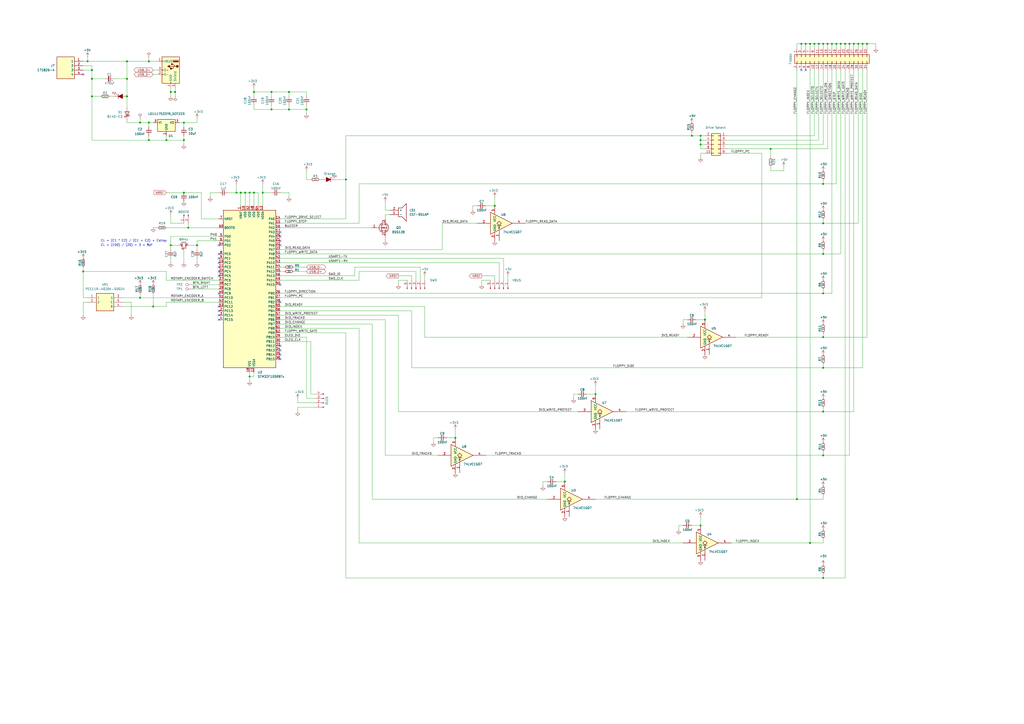
<source format=kicad_sch>
(kicad_sch (version 20250114) (generator "eeschema") (generator_version "9.0")
  (paper "A2")
  (title_block (title "Amiga USB Floppy") (date "2024-09-07") (rev "A"))
  (text "CL = (100) / (20) + 3 = 8pf" (at 58.42 142.24 0) (effects (font (size 1.27 1.27)) (justify left)))
  (text "CL = (C1 * C2) / (C1 + C2) + Cstray" (at 58.42 139.7 0) (effects (font (size 1.27 1.27)) (justify left)))
  (junction (at 73.66 55.88))
  (junction (at 327.66 279.4))
  (junction (at 99.06 53.34))
  (junction (at 477.52 106.68))
  (junction (at 469.9 25.4))
  (junction (at 81.28 71.12))
  (junction (at 474.98 25.4))
  (junction (at 406.4 78.74))
  (junction (at 139.7 111.76))
  (junction (at 86.36 35.56))
  (junction (at 477.52 129.54))
  (junction (at 106.68 81.28))
  (junction (at 472.44 25.4))
  (junction (at 101.6 53.34))
  (junction (at 406.4 83.82))
  (junction (at 50.8 35.56))
  (junction (at 152.4 111.76))
  (junction (at 53.34 40.64))
  (junction (at 477.52 238.76))
  (junction (at 477.52 195.58))
  (junction (at 147.32 53.34))
  (junction (at 406.4 304.8))
  (junction (at 490.22 25.4))
  (junction (at 482.6 25.4))
  (junction (at 447.04 86.36))
  (junction (at 86.36 81.28))
  (junction (at 477.52 335.28))
  (junction (at 485.14 25.4))
  (junction (at 462.28 289.56))
  (junction (at 469.9 314.96))
  (junction (at 106.68 111.76))
  (junction (at 477.52 25.4))
  (junction (at 144.78 111.76))
  (junction (at 99.06 142.24))
  (junction (at 401.32 78.74))
  (junction (at 477.52 264.16))
  (junction (at 406.4 81.28))
  (junction (at 109.22 132.08))
  (junction (at 147.32 111.76))
  (junction (at 137.16 111.76))
  (junction (at 86.36 71.12))
  (junction (at 487.68 25.4))
  (junction (at 502.92 25.4))
  (junction (at 500.38 25.4))
  (junction (at 467.36 25.4))
  (junction (at 142.24 111.76))
  (junction (at 495.3 25.4))
  (junction (at 464.82 25.4))
  (junction (at 167.64 63.5))
  (junction (at 264.16 254))
  (junction (at 144.78 218.44))
  (junction (at 287.02 119.38))
  (junction (at 408.94 185.42))
  (junction (at 477.52 147.32))
  (junction (at 73.66 35.56))
  (junction (at 106.68 71.12))
  (junction (at 157.48 63.5))
  (junction (at 114.3 142.24))
  (junction (at 96.52 81.28))
  (junction (at 497.84 25.4))
  (junction (at 53.34 55.88))
  (junction (at 480.06 25.4))
  (junction (at 177.8 63.5))
  (junction (at 53.34 45.72))
  (junction (at 477.52 213.36))
  (junction (at 492.76 25.4))
  (junction (at 157.48 53.34))
  (junction (at 73.66 45.72))
  (junction (at 200.66 104.14))
  (junction (at 167.64 53.34))
  (junction (at 477.52 170.18))
  (junction (at 345.44 228.6))
  (junction (at 88.9 177.8))
  (junction (at 81.28 172.72))
  (junction (at 48.26 157.48))
  (no_connect (at 48.26 43.18))
  (no_connect (at 162.56 134.62))
  (no_connect (at 127 182.88))
  (no_connect (at 162.56 208.28))
  (no_connect (at 127 149.86))
  (no_connect (at 127 157.48))
  (no_connect (at 162.56 165.1))
  (no_connect (at 127 185.42))
  (no_connect (at 162.56 137.16))
  (no_connect (at 127 154.94))
  (no_connect (at 127 180.34))
  (no_connect (at 162.56 139.7))
  (no_connect (at 127 177.8))
  (no_connect (at 162.56 205.74))
  (no_connect (at 127 152.4))
  (no_connect (at 464.82 40.64))
  (no_connect (at 127 142.24))
  (no_connect (at 467.36 40.64))
  (no_connect (at 162.56 200.66))
  (no_connect (at 127 147.32))
  (no_connect (at 127 170.18))
  (no_connect (at 162.56 203.2))
  (no_connect (at 162.56 142.24))
  (no_connect (at 162.56 175.26))
  (no_connect (at 127 160.02))
  (wire (pts (xy 114.3 142.24) (xy 114.3 144.78)))
  (wire (pts (xy 99.06 137.16) (xy 127 137.16)))
  (wire (pts (xy 215.9 289.56) (xy 317.5 289.56)))
  (wire (pts (xy 231.14 238.76) (xy 335.28 238.76)))
  (wire (pts (xy 421.64 81.28) (xy 474.98 81.28)))
  (wire (pts (xy 48.26 154.94) (xy 48.26 157.48)))
  (wire (pts (xy 73.66 45.72) (xy 73.66 55.88)))
  (wire (pts (xy 50.8 35.56) (xy 48.26 35.56)))
  (wire (pts (xy 467.36 25.4) (xy 469.9 25.4)))
  (wire (pts (xy 147.32 218.44) (xy 147.32 215.9)))
  (wire (pts (xy 477.52 332.74) (xy 477.52 335.28)))
  (wire (pts (xy 215.9 289.56) (xy 215.9 187.96)))
  (wire (pts (xy 279.4 162.56) (xy 284.48 162.56)))
  (wire (pts (xy 231.14 162.56) (xy 236.22 162.56)))
  (wire (pts (xy 502.92 40.64) (xy 502.92 195.58)))
  (wire (pts (xy 162.56 182.88) (xy 231.14 182.88)))
  (wire (pts (xy 162.56 180.34) (xy 238.76 180.34)))
  (wire (pts (xy 172.72 231.14) (xy 172.72 233.68)))
  (wire (pts (xy 48.26 172.72) (xy 48.26 157.48)))
  (wire (pts (xy 474.98 40.64) (xy 474.98 81.28)))
  (wire (pts (xy 477.52 236.22) (xy 477.52 238.76)))
  (wire (pts (xy 314.96 281.94) (xy 314.96 279.4)))
  (wire (pts (xy 477.52 314.96) (xy 469.9 314.96)))
  (wire (pts (xy 147.32 111.76) (xy 147.32 119.38)))
  (wire (pts (xy 477.52 195.58) (xy 502.92 195.58)))
  (wire (pts (xy 96.52 81.28) (xy 86.36 81.28)))
  (wire (pts (xy 99.06 53.34) (xy 101.6 53.34)))
  (wire (pts (xy 142.24 111.76) (xy 142.24 119.38)))
  (wire (pts (xy 477.52 264.16) (xy 492.76 264.16)))
  (wire (pts (xy 165.1 154.94) (xy 162.56 154.94)))
  (wire (pts (xy 226.06 121.92) (xy 223.52 121.92)))
  (wire (pts (xy 464.82 25.4) (xy 464.82 27.94)))
  (wire (pts (xy 99.06 53.34) (xy 99.06 55.88)))
  (wire (pts (xy 111.76 165.1) (xy 127 165.1)))
  (wire (pts (xy 477.52 147.32) (xy 487.68 147.32)))
  (wire (pts (xy 421.64 88.9) (xy 441.96 88.9)))
  (wire (pts (xy 492.76 25.4) (xy 492.76 27.94)))
  (wire (pts (xy 474.98 25.4) (xy 474.98 27.94)))
  (wire (pts (xy 477.52 289.56) (xy 462.28 289.56)))
  (wire (pts (xy 408.94 180.34) (xy 408.94 185.42)))
  (wire (pts (xy 208.28 314.96) (xy 208.28 190.5)))
  (wire (pts (xy 340.36 228.6) (xy 345.44 228.6)))
  (wire (pts (xy 401.32 76.2) (xy 401.32 78.74)))
  (wire (pts (xy 477.52 210.82) (xy 477.52 213.36)))
  (wire (pts (xy 144.78 111.76) (xy 147.32 111.76)))
  (wire (pts (xy 314.96 279.4) (xy 317.5 279.4)))
  (wire (pts (xy 162.56 160.02) (xy 205.74 160.02)))
  (wire (pts (xy 492.76 40.64) (xy 492.76 264.16)))
  (wire (pts (xy 106.68 129.54) (xy 99.06 129.54)))
  (wire (pts (xy 223.52 124.46) (xy 223.52 127)))
  (wire (pts (xy 48.26 175.26) (xy 50.8 175.26)))
  (wire (pts (xy 101.6 53.34) (xy 101.6 55.88)))
  (wire (pts (xy 477.52 144.78) (xy 477.52 147.32)))
  (wire (pts (xy 408.94 86.36) (xy 406.4 86.36)))
  (wire (pts (xy 477.52 238.76) (xy 495.3 238.76)))
  (wire (pts (xy 363.22 238.76) (xy 477.52 238.76)))
  (wire (pts (xy 81.28 172.72) (xy 81.28 170.18)))
  (wire (pts (xy 99.06 142.24) (xy 99.06 144.78)))
  (wire (pts (xy 162.56 162.56) (xy 208.28 162.56)))
  (wire (pts (xy 477.52 213.36) (xy 500.38 213.36)))
  (wire (pts (xy 162.56 172.72) (xy 441.96 172.72)))
  (wire (pts (xy 238.76 213.36) (xy 238.76 180.34)))
  (wire (pts (xy 162.56 152.4) (xy 289.56 152.4)))
  (wire (pts (xy 157.48 63.5) (xy 157.48 60.96)))
  (wire (pts (xy 147.32 111.76) (xy 149.86 111.76)))
  (wire (pts (xy 177.8 63.5) (xy 177.8 66.04)))
  (wire (pts (xy 177.8 60.96) (xy 177.8 63.5)))
  (wire (pts (xy 144.78 215.9) (xy 144.78 218.44)))
  (wire (pts (xy 144.78 218.44) (xy 147.32 218.44)))
  (wire (pts (xy 474.98 25.4) (xy 477.52 25.4)))
  (wire (pts (xy 287.02 160.02) (xy 287.02 162.56)))
  (wire (pts (xy 497.84 25.4) (xy 497.84 27.94)))
  (wire (pts (xy 495.3 25.4) (xy 495.3 27.94)))
  (wire (pts (xy 99.06 149.86) (xy 99.06 152.4)))
  (wire (pts (xy 292.1 149.86) (xy 292.1 162.56)))
  (wire (pts (xy 180.34 228.6) (xy 182.88 228.6)))
  (wire (pts (xy 147.32 53.34) (xy 157.48 53.34)))
  (wire (pts (xy 200.66 78.74) (xy 401.32 78.74)))
  (wire (pts (xy 497.84 40.64) (xy 497.84 129.54)))
  (wire (pts (xy 162.56 129.54) (xy 208.28 129.54)))
  (wire (pts (xy 86.36 78.74) (xy 86.36 81.28)))
  (wire (pts (xy 152.4 106.68) (xy 152.4 111.76)))
  (wire (pts (xy 121.92 111.76) (xy 127 111.76)))
  (wire (pts (xy 106.68 81.28) (xy 106.68 83.82)))
  (wire (pts (xy 447.04 86.36) (xy 480.06 86.36)))
  (wire (pts (xy 208.28 106.68) (xy 477.52 106.68)))
  (wire (pts (xy 208.28 314.96) (xy 396.24 314.96)))
  (wire (pts (xy 182.88 233.68) (xy 172.72 233.68)))
  (wire (pts (xy 469.9 25.4) (xy 469.9 27.94)))
  (wire (pts (xy 251.46 254) (xy 254 254)))
  (wire (pts (xy 223.52 264.16) (xy 254 264.16)))
  (wire (pts (xy 116.84 127) (xy 127 127)))
  (wire (pts (xy 281.94 264.16) (xy 477.52 264.16)))
  (wire (pts (xy 447.04 91.44) (xy 447.04 86.36)))
  (wire (pts (xy 48.26 38.1) (xy 53.34 38.1)))
  (wire (pts (xy 104.14 71.12) (xy 106.68 71.12)))
  (wire (pts (xy 139.7 111.76) (xy 142.24 111.76)))
  (wire (pts (xy 73.66 69.85) (xy 73.66 71.12)))
  (wire (pts (xy 477.52 287.02) (xy 477.52 289.56)))
  (wire (pts (xy 200.66 78.74) (xy 200.66 104.14)))
  (wire (pts (xy 172.72 236.22) (xy 182.88 236.22)))
  (wire (pts (xy 139.7 111.76) (xy 139.7 119.38)))
  (wire (pts (xy 147.32 63.5) (xy 157.48 63.5)))
  (wire (pts (xy 462.28 40.64) (xy 462.28 289.56)))
  (wire (pts (xy 500.38 40.64) (xy 500.38 213.36)))
  (wire (pts (xy 101.6 50.8) (xy 101.6 53.34)))
  (wire (pts (xy 88.9 43.18) (xy 91.44 43.18)))
  (wire (pts (xy 396.24 187.96) (xy 396.24 185.42)))
  (wire (pts (xy 406.4 83.82) (xy 406.4 81.28)))
  (wire (pts (xy 71.12 175.26) (xy 76.2 175.26)))
  (wire (pts (xy 401.32 304.8) (xy 406.4 304.8)))
  (wire (pts (xy 345.44 289.56) (xy 462.28 289.56)))
  (wire (pts (xy 477.52 129.54) (xy 497.84 129.54)))
  (wire (pts (xy 495.3 40.64) (xy 495.3 238.76)))
  (wire (pts (xy 406.4 78.74) (xy 406.4 81.28)))
  (wire (pts (xy 96.52 177.8) (xy 96.52 175.26)))
  (wire (pts (xy 109.22 142.24) (xy 114.3 142.24)))
  (wire (pts (xy 464.82 25.4) (xy 467.36 25.4)))
  (wire (pts (xy 208.28 129.54) (xy 208.28 106.68)))
  (wire (pts (xy 454.66 99.06) (xy 454.66 96.52)))
  (wire (pts (xy 147.32 63.5) (xy 147.32 60.96)))
  (wire (pts (xy 53.34 55.88) (xy 53.34 81.28)))
  (wire (pts (xy 167.64 53.34) (xy 177.8 53.34)))
  (wire (pts (xy 71.12 177.8) (xy 88.9 177.8)))
  (wire (pts (xy 114.3 149.86) (xy 114.3 152.4)))
  (wire (pts (xy 477.52 335.28) (xy 490.22 335.28)))
  (wire (pts (xy 194.31 104.14) (xy 200.66 104.14)))
  (wire (pts (xy 114.3 139.7) (xy 127 139.7)))
  (wire (pts (xy 162.56 198.12) (xy 180.34 198.12)))
  (wire (pts (xy 279.4 162.56) (xy 279.4 165.1)))
  (wire (pts (xy 162.56 177.8) (xy 246.38 177.8)))
  (wire (pts (xy 58.42 55.88) (xy 53.34 55.88)))
  (wire (pts (xy 157.48 55.88) (xy 157.48 53.34)))
  (wire (pts (xy 401.32 78.74) (xy 406.4 78.74)))
  (wire (pts (xy 99.06 137.16) (xy 99.06 142.24)))
  (wire (pts (xy 469.9 40.64) (xy 469.9 314.96)))
  (wire (pts (xy 393.7 304.8) (xy 396.24 304.8)))
  (wire (pts (xy 408.94 83.82) (xy 406.4 83.82)))
  (wire (pts (xy 48.26 175.26) (xy 48.26 182.88)))
  (wire (pts (xy 264.16 248.92) (xy 264.16 254)))
  (wire (pts (xy 241.3 162.56) (xy 241.3 157.48)))
  (wire (pts (xy 157.48 63.5) (xy 167.64 63.5)))
  (wire (pts (xy 274.32 119.38) (xy 276.86 119.38)))
  (wire (pts (xy 403.86 185.42) (xy 408.94 185.42)))
  (wire (pts (xy 406.4 299.72) (xy 406.4 304.8)))
  (wire (pts (xy 162.56 170.18) (xy 477.52 170.18)))
  (wire (pts (xy 256.54 129.54) (xy 276.86 129.54)))
  (wire (pts (xy 426.72 195.58) (xy 477.52 195.58)))
  (wire (pts (xy 345.44 223.52) (xy 345.44 228.6)))
  (wire (pts (xy 162.56 157.48) (xy 165.1 157.48)))
  (wire (pts (xy 480.06 25.4) (xy 482.6 25.4)))
  (wire (pts (xy 81.28 71.12) (xy 73.66 71.12)))
  (wire (pts (xy 66.04 55.88) (xy 63.5 55.88)))
  (wire (pts (xy 177.8 195.58) (xy 162.56 195.58)))
  (wire (pts (xy 502.92 25.4) (xy 508 25.4)))
  (wire (pts (xy 477.52 167.64) (xy 477.52 170.18)))
  (wire (pts (xy 177.8 231.14) (xy 182.88 231.14)))
  (wire (pts (xy 287.02 114.3) (xy 287.02 119.38)))
  (wire (pts (xy 485.14 25.4) (xy 487.68 25.4)))
  (wire (pts (xy 231.14 162.56) (xy 231.14 165.1)))
  (wire (pts (xy 157.48 53.34) (xy 167.64 53.34)))
  (wire (pts (xy 274.32 121.92) (xy 274.32 119.38)))
  (wire (pts (xy 96.52 132.08) (xy 109.22 132.08)))
  (wire (pts (xy 53.34 40.64) (xy 53.34 45.72)))
  (wire (pts (xy 508 25.4) (xy 508 27.94)))
  (wire (pts (xy 116.84 111.76) (xy 116.84 127)))
  (wire (pts (xy 177.8 55.88) (xy 177.8 53.34)))
  (wire (pts (xy 500.38 25.4) (xy 500.38 27.94)))
  (wire (pts (xy 485.14 25.4) (xy 485.14 27.94)))
  (wire (pts (xy 142.24 111.76) (xy 144.78 111.76)))
  (wire (pts (xy 106.68 144.78) (xy 106.68 152.4)))
  (wire (pts (xy 421.64 83.82) (xy 477.52 83.82)))
  (wire (pts (xy 294.64 160.02) (xy 294.64 162.56)))
  (wire (pts (xy 226.06 124.46) (xy 223.52 124.46)))
  (wire (pts (xy 86.36 71.12) (xy 81.28 71.12)))
  (wire (pts (xy 289.56 152.4) (xy 289.56 162.56)))
  (wire (pts (xy 96.52 175.26) (xy 127 175.26)))
  (wire (pts (xy 162.56 144.78) (xy 256.54 144.78)))
  (wire (pts (xy 96.52 81.28) (xy 96.52 78.74)))
  (wire (pts (xy 162.56 187.96) (xy 215.9 187.96)))
  (wire (pts (xy 114.3 139.7) (xy 114.3 142.24)))
  (wire (pts (xy 487.68 40.64) (xy 487.68 147.32)))
  (wire (pts (xy 500.38 25.4) (xy 502.92 25.4)))
  (wire (pts (xy 162.56 147.32) (xy 477.52 147.32)))
  (wire (pts (xy 99.06 53.34) (xy 99.06 50.8)))
  (wire (pts (xy 167.64 55.88) (xy 167.64 53.34)))
  (wire (pts (xy 332.74 231.14) (xy 332.74 228.6)))
  (wire (pts (xy 162.56 185.42) (xy 223.52 185.42)))
  (wire (pts (xy 441.96 88.9) (xy 441.96 172.72)))
  (wire (pts (xy 205.74 154.94) (xy 205.74 160.02)))
  (wire (pts (xy 99.06 124.46) (xy 99.06 129.54)))
  (wire (pts (xy 223.52 185.42) (xy 223.52 264.16)))
  (wire (pts (xy 485.14 40.64) (xy 485.14 106.68)))
  (wire (pts (xy 96.52 81.28) (xy 106.68 81.28)))
  (wire (pts (xy 421.64 86.36) (xy 447.04 86.36)))
  (wire (pts (xy 477.52 127) (xy 477.52 129.54)))
  (wire (pts (xy 177.8 195.58) (xy 177.8 231.14)))
  (wire (pts (xy 152.4 111.76) (xy 152.4 119.38)))
  (wire (pts (xy 477.52 261.62) (xy 477.52 264.16)))
  (wire (pts (xy 53.34 40.64) (xy 48.26 40.64)))
  (wire (pts (xy 406.4 86.36) (xy 406.4 83.82)))
  (wire (pts (xy 421.64 78.74) (xy 472.44 78.74)))
  (wire (pts (xy 109.22 129.54) (xy 109.22 132.08)))
  (wire (pts (xy 408.94 88.9) (xy 406.4 88.9)))
  (wire (pts (xy 477.52 312.42) (xy 477.52 314.96)))
  (wire (pts (xy 88.9 132.08) (xy 91.44 132.08)))
  (wire (pts (xy 462.28 25.4) (xy 462.28 27.94)))
  (wire (pts (xy 53.34 40.64) (xy 53.34 38.1)))
  (wire (pts (xy 246.38 177.8) (xy 246.38 195.58)))
  (wire (pts (xy 259.08 254) (xy 264.16 254)))
  (wire (pts (xy 477.52 170.18) (xy 482.6 170.18)))
  (wire (pts (xy 238.76 160.02) (xy 238.76 162.56)))
  (wire (pts (xy 73.66 55.88) (xy 73.66 62.23)))
  (wire (pts (xy 408.94 78.74) (xy 406.4 78.74)))
  (wire (pts (xy 106.68 71.12) (xy 106.68 73.66)))
  (wire (pts (xy 200.66 193.04) (xy 200.66 335.28)))
  (wire (pts (xy 469.9 25.4) (xy 472.44 25.4)))
  (wire (pts (xy 200.66 104.14) (xy 200.66 127)))
  (wire (pts (xy 497.84 25.4) (xy 500.38 25.4)))
  (wire (pts (xy 424.18 314.96) (xy 469.9 314.96)))
  (wire (pts (xy 231.14 160.02) (xy 238.76 160.02)))
  (wire (pts (xy 238.76 213.36) (xy 477.52 213.36)))
  (wire (pts (xy 495.3 25.4) (xy 497.84 25.4)))
  (wire (pts (xy 246.38 195.58) (xy 398.78 195.58)))
  (wire (pts (xy 86.36 71.12) (xy 86.36 73.66)))
  (wire (pts (xy 408.94 81.28) (xy 406.4 81.28)))
  (wire (pts (xy 106.68 111.76) (xy 116.84 111.76)))
  (wire (pts (xy 162.56 193.04) (xy 200.66 193.04)))
  (wire (pts (xy 73.66 35.56) (xy 86.36 35.56)))
  (wire (pts (xy 243.84 154.94) (xy 243.84 162.56)))
  (wire (pts (xy 393.7 307.34) (xy 393.7 304.8)))
  (wire (pts (xy 144.78 218.44) (xy 144.78 220.98)))
  (wire (pts (xy 144.78 111.76) (xy 144.78 119.38)))
  (wire (pts (xy 149.86 119.38) (xy 149.86 111.76)))
  (wire (pts (xy 477.52 193.04) (xy 477.52 195.58)))
  (wire (pts (xy 162.56 132.08) (xy 215.9 132.08)))
  (wire (pts (xy 88.9 177.8) (xy 96.52 177.8)))
  (wire (pts (xy 88.9 71.12) (xy 86.36 71.12)))
  (wire (pts (xy 50.8 172.72) (xy 48.26 172.72)))
  (wire (pts (xy 480.06 25.4) (xy 480.06 27.94)))
  (wire (pts (xy 86.36 35.56) (xy 91.44 35.56)))
  (wire (pts (xy 487.68 25.4) (xy 487.68 27.94)))
  (wire (pts (xy 50.8 35.56) (xy 73.66 35.56)))
  (wire (pts (xy 177.8 104.14) (xy 180.34 104.14)))
  (wire (pts (xy 447.04 99.06) (xy 447.04 96.52)))
  (wire (pts (xy 454.66 99.06) (xy 447.04 99.06)))
  (wire (pts (xy 162.56 127) (xy 200.66 127)))
  (wire (pts (xy 114.3 68.58) (xy 114.3 71.12)))
  (wire (pts (xy 186.69 104.14) (xy 185.42 104.14)))
  (wire (pts (xy 96.52 162.56) (xy 127 162.56)))
  (wire (pts (xy 137.16 111.76) (xy 139.7 111.76)))
  (wire (pts (xy 172.72 236.22) (xy 172.72 238.76)))
  (wire (pts (xy 121.92 111.76) (xy 121.92 114.3)))
  (wire (pts (xy 200.66 335.28) (xy 477.52 335.28)))
  (wire (pts (xy 53.34 45.72) (xy 53.34 55.88)))
  (wire (pts (xy 223.52 137.16) (xy 223.52 139.7)))
  (wire (pts (xy 472.44 25.4) (xy 472.44 27.94)))
  (wire (pts (xy 477.52 25.4) (xy 477.52 27.94)))
  (wire (pts (xy 50.8 33.02) (xy 50.8 35.56)))
  (wire (pts (xy 231.14 182.88) (xy 231.14 238.76)))
  (wire (pts (xy 81.28 68.58) (xy 81.28 71.12)))
  (wire (pts (xy 406.4 88.9) (xy 406.4 91.44)))
  (wire (pts (xy 180.34 228.6) (xy 180.34 198.12)))
  (wire (pts (xy 477.52 40.64) (xy 477.52 83.82)))
  (wire (pts (xy 152.4 111.76) (xy 157.48 111.76)))
  (wire (pts (xy 177.8 99.06) (xy 177.8 104.14)))
  (wire (pts (xy 73.66 45.72) (xy 66.04 45.72)))
  (wire (pts (xy 71.12 172.72) (xy 81.28 172.72)))
  (wire (pts (xy 132.08 111.76) (xy 137.16 111.76)))
  (wire (pts (xy 477.52 106.68) (xy 485.14 106.68)))
  (wire (pts (xy 88.9 170.18) (xy 88.9 177.8)))
  (wire (pts (xy 162.56 149.86) (xy 292.1 149.86)))
  (wire (pts (xy 111.76 167.64) (xy 127 167.64)))
  (wire (pts (xy 167.64 111.76) (xy 167.64 114.3)))
  (wire (pts (xy 81.28 172.72) (xy 127 172.72)))
  (wire (pts (xy 396.24 185.42) (xy 398.78 185.42)))
  (wire (pts (xy 477.52 25.4) (xy 480.06 25.4)))
  (wire (pts (xy 477.52 104.14) (xy 477.52 106.68)))
  (wire (pts (xy 490.22 335.28) (xy 490.22 40.64)))
  (wire (pts (xy 76.2 175.26) (xy 76.2 182.88)))
  (wire (pts (xy 170.18 157.48) (xy 177.8 157.48)))
  (wire (pts (xy 167.64 60.96) (xy 167.64 63.5)))
  (wire (pts (xy 246.38 160.02) (xy 246.38 162.56)))
  (wire (pts (xy 467.36 25.4) (xy 467.36 27.94)))
  (wire (pts (xy 482.6 25.4) (xy 485.14 25.4)))
  (wire (pts (xy 96.52 157.48) (xy 96.52 162.56)))
  (wire (pts (xy 472.44 25.4) (xy 474.98 25.4)))
  (wire (pts (xy 322.58 279.4) (xy 327.66 279.4)))
  (wire (pts (xy 106.68 78.74) (xy 106.68 81.28)))
  (wire (pts (xy 88.9 40.64) (xy 91.44 40.64)))
  (wire (pts (xy 205.74 154.94) (xy 243.84 154.94)))
  (wire (pts (xy 53.34 45.72) (xy 60.96 45.72)))
  (wire (pts (xy 256.54 144.78) (xy 256.54 129.54)))
  (wire (pts (xy 162.56 111.76) (xy 167.64 111.76)))
  (wire (pts (xy 48.26 157.48) (xy 96.52 157.48)))
  (wire (pts (xy 208.28 157.48) (xy 208.28 162.56)))
  (wire (pts (xy 147.32 55.88) (xy 147.32 53.34)))
  (wire (pts (xy 281.94 119.38) (xy 287.02 119.38)))
  (wire (pts (xy 490.22 25.4) (xy 492.76 25.4)))
  (wire (pts (xy 482.6 25.4) (xy 482.6 27.94)))
  (wire (pts (xy 480.06 40.64) (xy 480.06 86.36)))
  (wire (pts (xy 332.74 228.6) (xy 335.28 228.6)))
  (wire (pts (xy 327.66 274.32) (xy 327.66 279.4)))
  (wire (pts (xy 104.14 142.24) (xy 99.06 142.24)))
  (wire (pts (xy 487.68 25.4) (xy 490.22 25.4)))
  (wire (pts (xy 223.52 116.84) (xy 223.52 121.92)))
  (wire (pts (xy 167.64 63.5) (xy 177.8 63.5)))
  (wire (pts (xy 304.8 129.54) (xy 477.52 129.54)))
  (wire (pts (xy 251.46 256.54) (xy 251.46 254)))
  (wire (pts (xy 86.36 33.02) (xy 86.36 35.56)))
  (wire (pts (xy 472.44 40.64) (xy 472.44 78.74)))
  (wire (pts (xy 109.22 132.08) (xy 127 132.08)))
  (wire (pts (xy 137.16 106.68) (xy 137.16 111.76)))
  (wire (pts (xy 502.92 25.4) (xy 502.92 27.94)))
  (wire (pts (xy 490.22 25.4) (xy 490.22 27.94)))
  (wire (pts (xy 147.32 50.8) (xy 147.32 53.34)))
  (wire (pts (xy 106.68 71.12) (xy 114.3 71.12)))
  (wire (pts (xy 482.6 40.64) (xy 482.6 170.18)))
  (wire (pts (xy 241.3 157.48) (xy 208.28 157.48)))
  (wire (pts (xy 53.34 81.28) (xy 86.36 81.28)))
  (wire (pts (xy 492.76 25.4) (xy 495.3 25.4)))
  (wire (pts (xy 279.4 160.02) (xy 287.02 160.02)))
  (wire (pts (xy 96.52 111.76) (xy 106.68 111.76)))
  (wire (pts (xy 462.28 25.4) (xy 464.82 25.4)))
  (wire (pts (xy 73.66 35.56) (xy 73.66 45.72)))
  (wire (pts (xy 162.56 190.5) (xy 208.28 190.5)))
  (wire (pts (xy 170.18 154.94) (xy 177.8 154.94)))
  (label "OLED_CLK" (at 165.1 198.12 0))
  (label "FLOPPY_CHANGE" (at 350.52 289.56 0))
  (label "FLOPPY_TRACK0" (at 287.02 264.16 0))
  (label "FLOPPY_SELECT0" (at 472.44 66.04 90))
  (label "3V3_READY" (at 383.54 195.58 0))
  (label "FLOPPY_INDEX" (at 426.72 314.96 0))
  (label "BUZZER" (at 165.1 132.08 0))
  (label "FLOPPY_WRITE_GATE" (at 165.1 193.04 0))
  (label "3V3_TRACK0" (at 238.76 264.16 0))
  (label "FLOPPY_SIDE" (at 355.6 213.36 0))
  (label "FLOPPY_SELECT1" (at 474.98 66.04 90))
  (label "FLOPPY_WRITE_PROTECT" (at 495.3 66.04 90))
  (label "FLOPPY_SIDE" (at 500.38 66.04 90))
  (label "BTN_LEFT" (at 111.76 167.64 0))
  (label "FLOPPY_STEP" (at 165.1 129.54 0))
  (label "SWD_IO" (at 190.5 160.02 0))
  (label "3V3_READ_DATA" (at 256.54 129.54 0))
  (label "FLOPPY_READ_DATA" (at 497.84 66.04 90))
  (label "FLOPPY_WRITE_PROTECT" (at 368.3 238.76 0))
  (label "FLOPPY_PC" (at 165.1 172.72 0))
  (label "ROTARY_ENCODER_B" (at 99.06 175.26 0))
  (label "FLOPPY_WRITE_DATA" (at 487.68 66.04 90))
  (label "FLOPPY_READ_DATA" (at 304.8 129.54 0))
  (label "FLOPPY_WRITE_GATE" (at 490.22 66.04 90))
  (label "BTN_RIGHT" (at 111.76 165.1 0))
  (label "3V3_CHANGE" (at 299.72 289.56 0))
  (label "PH1" (at 121.92 139.7 0))
  (label "ROTARY_ENCODER_SWITCH" (at 99.06 162.56 0))
  (label "3V3_READY" (at 165.1 177.8 0))
  (label "FLOPPY_CHANGE" (at 462.28 66.04 90))
  (label "USART1-TX" (at 190.5 149.86 0))
  (label "3V3_WRITE_PROTECT" (at 165.1 182.88 0))
  (label "FLOPPY_WRITE_DATA" (at 165.1 147.32 0))
  (label "USART1-RX" (at 190.5 152.4 0))
  (label "3V3_CHANGE" (at 165.1 187.96 0))
  (label "FLOPPY_DIRECTION" (at 482.6 66.04 90))
  (label "FLOPPY_READY" (at 502.92 66.04 90))
  (label "SWD_CLK" (at 190.5 162.56 0))
  (label "PH0" (at 121.92 137.16 0))
  (label "3V3_INDEX" (at 378.46 314.96 0))
  (label "FLOPPY_PC" (at 424.18 88.9 0))
  (label "3V3_TRACK0" (at 165.1 185.42 0))
  (label "3V3_WRITE_PROTECT" (at 312.42 238.76 0))
  (label "FLOPPY_DRIVE_SELECT" (at 165.1 127 0))
  (label "FLOPPY_INDEX" (at 469.9 66.04 90))
  (label "3V3_INDEX" (at 165.1 190.5 0))
  (label "FLOPPY_STEP" (at 485.14 66.04 90))
  (label "OLED_DIO" (at 165.1 195.58 0))
  (label "FLOPPY_DIRECTION" (at 165.1 170.18 0))
  (label "FLOPPY_SELECT2" (at 477.52 66.04 90))
  (label "FLOPPY_READY" (at 431.8 195.58 0))
  (label "3V3_READ_DATA" (at 165.1 144.78 0))
  (label "FLOPPY_TRACK0" (at 492.76 66.04 90))
  (label "FLOPPY_MOTOR_ON" (at 480.06 66.04 90))
  (label "ROTARY_ENCODER_A" (at 99.06 172.72 0))
  (global_label "NRST" (shape output) (at 231.14 160.02 180) (property "Intersheetrefs" "${INTERSHEET_REFS}" (effects (hide yes))))
  (global_label "USB_D+" (shape bidirectional) (at 88.9 40.64 180) (property "Intersheetrefs" "${INTERSHEET_REFS}" (effects (hide yes))))
  (global_label "USB_D-" (shape bidirectional) (at 177.8 154.94 0) (property "Intersheetrefs" "${INTERSHEET_REFS}" (effects (hide yes))))
  (global_label "NRST" (shape output) (at 279.4 160.02 180) (property "Intersheetrefs" "${INTERSHEET_REFS}" (effects (hide yes))))
  (global_label "USB_D+" (shape bidirectional) (at 177.8 157.48 0) (property "Intersheetrefs" "${INTERSHEET_REFS}" (effects (hide yes))))
  (global_label "NRST" (shape input) (at 96.52 111.76 180) (property "Intersheetrefs" "${INTERSHEET_REFS}" (effects (hide yes))))
  (global_label "USB_D-" (shape bidirectional) (at 88.9 43.18 180) (property "Intersheetrefs" "${INTERSHEET_REFS}" (effects (hide yes))))
  (symbol (lib_id "power:+5V") (at 477.52 307.34 0) (mirror y) (unit 1)
    (property "Reference" "#PWR019" (effects (hide yes)))
    (property "Value" "+5V" (at 477.6972 303.4338 0))
    (property "Description" "Power symbol creates a global label with name \"+5V\"" (effects (hide yes)))
  )
  (symbol (lib_id "power:+3V3") (at 137.16 106.68 0) (unit 1)
    (property "Reference" "#PWR09" (effects (hide yes)))
    (property "Value" "+3V3" (at 136.3555 102.9198 0))
    (property "Description" "Power symbol creates a global label with name \"+3V3\"" (effects (hide yes)))
  )
  (symbol (lib_id "Device:C_Small") (at 256.54 254 270) (unit 1)
    (property "Reference" "C9" (at 256.54 251.46 90))
    (property "Value" "100nf" (at 256.54 256.54 90))
    (property "Footprint" "Capacitor_SMD:C_0603_1608Metric" (effects (hide yes)))
    (property "Description" "Unpolarized capacitor, small symbol" (effects (hide yes)))
  )
  (symbol (lib_id "SamacSys_Parts:CST-951AP") (at 226.06 121.92 0) (unit 1)
    (property "Reference" "LS1" (at 237.49 121.9199 0) (effects (justify left)))
    (property "Value" "CST-951AP" (at 237.49 124.4599 0) (effects (justify left)))
    (property "Footprint" "SamacSys_Parts:CST951AP" (effects (hide yes)))
    (property "Datasheet" "https://www.sameskydevices.com/product/resource/CST-951AP.pdf" (effects (hide yes)))
    (property "Description" "CST-951AP - 9 mm, 5 Vo-p, 92 dB, Through Hole, Magnetic Audio Transducer Buzzer" (effects (hide yes)))
    (property "Height" "4.5" (effects (hide yes)))
    (property "Mouser Part Number" "490-CST-951AP" (effects (hide yes)))
    (property "Mouser Price/Stock" "https://www.mouser.co.uk/ProductDetail/CUI-Devices/CST-951AP?qs=WyjlAZoYn50BV9%2FINsWxoA%3D%3D" (effects (hide yes)))
    (property "Manufacturer_Name" "Same Sky" (effects (hide yes)))
    (property "Manufacturer_Part_Number" "CST-951AP" (effects (hide yes)))
  )
  (symbol (lib_id "power:GND") (at 114.3 152.4 0) (unit 1)
    (property "Reference" "#PWR08" (effects (hide yes)))
    (property "Value" "GND" (effects (hide yes)))
    (property "Description" "Power symbol creates a global label with name \"GND\" , ground" (effects (hide yes)))
  )
  (symbol (lib_id "power:GND") (at 393.7 307.34 0) (mirror y) (unit 1)
    (property "Reference" "#PWR022" (effects (hide yes)))
    (property "Value" "GND" (effects (hide yes)))
    (property "Description" "Power symbol creates a global label with name \"GND\" , ground" (effects (hide yes)))
  )
  (symbol (lib_id "Device:R_Small") (at 477.52 165.1 0) (mirror y) (unit 1)
    (property "Reference" "R6" (at 475.5966 165.138 90))
    (property "Value" "1k" (at 477.52 165.1 90) (effects (font (size 1 1))))
    (property "Footprint" "Resistor_SMD:R_0603_1608Metric" (effects (hide yes)))
    (property "Description" "Resistor, small symbol" (effects (hide yes)))
  )
  (symbol (lib_id "power:+3V3") (at 264.16 248.92 0) (unit 1)
    (property "Reference" "#PWR045" (effects (hide yes)))
    (property "Value" "+3V3" (at 263.3555 245.1598 0))
    (property "Description" "Power symbol creates a global label with name \"+3V3\"" (effects (hide yes)))
  )
  (symbol (lib_id "Device:C_Polarized_Small") (at 63.5 45.72 270) (mirror x) (unit 1)
    (property "Reference" "C1" (at 63.5 43.18 90))
    (property "Value" "470uf" (at 63.5 48.26 90))
    (property "Footprint" "Capacitor_THT:CP_Radial_D5.0mm_P2.50mm" (effects (hide yes)))
    (property "Description" "Polarized capacitor, small symbol" (effects (hide yes)))
  )
  (symbol (lib_id "Mechanical:MountingHole") (at 40.64 566.42 0) (unit 1)
    (property "Reference" "H4" (at 43.18 565.15 0) (effects (justify left)))
    (property "Value" "MountingHole" (at 43.18 567.69 0) (effects (justify left)))
    (property "Footprint" "MountingHole:MountingHole_2.5mm" (effects (hide yes)))
    (property "Description" "Mounting Hole without connection" (effects (hide yes)))
  )
  (symbol (lib_id "power:GND") (at 106.68 116.84 0) (unit 1)
    (property "Reference" "#PWR02" (effects (hide yes)))
    (property "Value" "GND" (effects (hide yes)))
    (property "Description" "Power symbol creates a global label with name \"GND\" , ground" (effects (hide yes)))
  )
  (symbol (lib_id "Device:C_Small") (at 320.04 279.4 270) (unit 1)
    (property "Reference" "C4" (at 320.04 276.86 90))
    (property "Value" "100nf" (at 320.04 281.94 90))
    (property "Footprint" "Capacitor_SMD:C_0603_1608Metric" (effects (hide yes)))
    (property "Description" "Unpolarized capacitor, small symbol" (effects (hide yes)))
  )
  (symbol (lib_id "Device:C_Small") (at 86.36 76.2 180) (unit 1)
    (property "Reference" "C2" (at 79.815 74.9454 0) (effects (justify right)))
    (property "Value" "100nf" (at 78.1077 77.7096 0) (effects (justify right)))
    (property "Footprint" "Capacitor_SMD:C_0603_1608Metric" (effects (hide yes)))
    (property "Description" "Unpolarized capacitor, small symbol" (effects (hide yes)))
  )
  (symbol (lib_id "power:GND") (at 251.46 256.54 0) (mirror y) (unit 1)
    (property "Reference" "#PWR047" (effects (hide yes)))
    (property "Value" "GND" (effects (hide yes)))
    (property "Description" "Power symbol creates a global label with name \"GND\" , ground" (effects (hide yes)))
  )
  (symbol (lib_id "power:PWR_FLAG") (at 81.28 68.58 0) (mirror y) (unit 1)
    (property "Reference" "#FLG05" (effects (hide yes)))
    (property "Value" "PWR_FLAG" (effects (hide yes)))
    (property "Description" "Special symbol for telling ERC where power comes from" (effects (hide yes)))
  )
  (symbol (lib_id "Device:R_Small") (at 477.52 284.48 0) (mirror y) (unit 1)
    (property "Reference" "R4" (at 475.5966 284.518 90))
    (property "Value" "1k" (at 477.52 284.48 90) (effects (font (size 1 1))))
    (property "Footprint" "Resistor_SMD:R_0603_1608Metric" (effects (hide yes)))
    (property "Description" "Resistor, small symbol" (effects (hide yes)))
  )
  (symbol (lib_id "Connector:Conn_01x02_Pin") (at 106.68 124.46 90) (mirror x) (unit 1)
    (property "Reference" "J5" (effects (hide yes)))
    (property "Value" "BOOT0" (at 106.5393 122.949 90))
    (property "Footprint" "Connector_PinHeader_2.54mm:PinHeader_1x02_P2.54mm_Vertical" (effects (hide yes)))
    (property "Description" "Generic connector, single row, 01x02, script generated" (effects (hide yes)))
  )
  (symbol (lib_id "Connector_Generic:Conn_02x17_Odd_Even") (at 482.6 33.02 90) (mirror x) (unit 1)
    (property "Reference" "J3" (effects (hide yes)))
    (property "Value" "Floppy" (at 458.4055 34.1648 0))
    (property "Footprint" "Connector_IDC:IDC-Header_2x17_P2.54mm_Vertical" (effects (hide yes)))
    (property "Description" "Generic connector, double row, 02x17, odd/even pin numbering scheme (row 1 odd numbers, row 2 even numbers), script generated (kicad-library-utils/schlib/autogen/connector/)" (effects (hide yes)))
  )
  (symbol (lib_id "74xGxx:74LVC1G07") (at 411.48 314.96 0) (unit 1)
    (property "Reference" "U4" (at 411.48 309.88 0))
    (property "Value" "74LVC1G07" (at 416.56 320.04 0))
    (property "Footprint" "Package_TO_SOT_SMD:SOT-353_SC-70-5" (effects (hide yes)))
    (property "Datasheet" "https://www.ti.com/lit/ds/symlink/sn74lvc1g07.pdf" (effects (hide yes)))
    (property "Description" "Single Buffer Gate, Open Drain, Low-Voltage CMOS" (effects (hide yes)))
  )
  (symbol (lib_id "Mechanical:MountingHole") (at 20.32 566.42 0) (unit 1)
    (property "Reference" "H3" (at 22.86 565.15 0) (effects (justify left)))
    (property "Value" "MountingHole" (at 22.86 567.69 0) (effects (justify left)))
    (property "Footprint" "MountingHole:MountingHole_2.5mm" (effects (hide yes)))
    (property "Description" "Mounting Hole without connection" (effects (hide yes)))
  )
  (symbol (lib_id "Transistor_FET:BSS138") (at 220.98 132.08 0) (unit 1)
    (property "Reference" "Q3" (at 231.14 132.08 0))
    (property "Value" "BSS138" (at 231.14 134.62 0))
    (property "Footprint" "Package_TO_SOT_SMD:SOT-23" (effects (hide yes)))
    (property "Datasheet" "https://www.onsemi.com/pub/Collateral/BSS138-D.PDF" (effects (hide yes)))
    (property "Description" "50V Vds, 0.22A Id, N-Channel MOSFET, SOT-23" (effects (hide yes)))
  )
  (symbol (lib_id "power:+5V") (at 477.52 139.7 0) (mirror y) (unit 1)
    (property "Reference" "#PWR027" (effects (hide yes)))
    (property "Value" "+5V" (at 477.6972 135.7938 0))
    (property "Description" "Power symbol creates a global label with name \"+5V\"" (effects (hide yes)))
  )
  (symbol (lib_id "power:+5V") (at 477.52 205.74 0) (mirror y) (unit 1)
    (property "Reference" "#PWR025" (effects (hide yes)))
    (property "Value" "+5V" (at 477.6972 201.8338 0))
    (property "Description" "Power symbol creates a global label with name \"+5V\"" (effects (hide yes)))
  )
  (symbol (lib_id "Device:R_Small") (at 48.26 152.4 0) (mirror y) (unit 1)
    (property "Reference" "R16" (at 46.3366 152.438 90))
    (property "Value" "10k" (at 48.26 152.4 90) (effects (font (size 1 1))))
    (property "Footprint" "Resistor_SMD:R_0603_1608Metric" (effects (hide yes)))
    (property "Description" "Resistor, small symbol" (effects (hide yes)))
  )
  (symbol (lib_id "power:+5V") (at 477.52 99.06 0) (mirror y) (unit 1)
    (property "Reference" "#PWR012" (effects (hide yes)))
    (property "Value" "+5V" (at 477.6972 95.1538 0))
    (property "Description" "Power symbol creates a global label with name \"+5V\"" (effects (hide yes)))
  )
  (symbol (lib_id "power:GND") (at 99.06 55.88 0) (mirror y) (unit 1)
    (property "Reference" "#PWR081" (effects (hide yes)))
    (property "Value" "GND" (effects (hide yes)))
    (property "Description" "Power symbol creates a global label with name \"GND\" , ground" (effects (hide yes)))
  )
  (symbol (lib_id "power:GND") (at 332.74 231.14 0) (mirror y) (unit 1)
    (property "Reference" "#PWR043" (effects (hide yes)))
    (property "Value" "GND" (effects (hide yes)))
    (property "Description" "Power symbol creates a global label with name \"GND\" , ground" (effects (hide yes)))
  )
  (symbol (lib_id "Device:R_Small") (at 477.52 142.24 0) (mirror y) (unit 1)
    (property "Reference" "R9" (at 475.5966 142.278 90))
    (property "Value" "1k" (at 477.52 142.24 90) (effects (font (size 1 1))))
    (property "Footprint" "Resistor_SMD:R_0603_1608Metric" (effects (hide yes)))
    (property "Description" "Resistor, small symbol" (effects (hide yes)))
  )
  (symbol (lib_id "Device:C_Small") (at 401.32 185.42 270) (unit 1)
    (property "Reference" "C6" (at 401.32 182.88 90))
    (property "Value" "100nf" (at 401.32 187.96 90))
    (property "Footprint" "Capacitor_SMD:C_0603_1608Metric" (effects (hide yes)))
    (property "Description" "Unpolarized capacitor, small symbol" (effects (hide yes)))
  )
  (symbol (lib_id "Device:R_Small") (at 182.88 104.14 90) (unit 1)
    (property "Reference" "R3" (at 182.918 102.2166 90))
    (property "Value" "1k" (at 182.88 104.14 90) (effects (font (size 1 1))))
    (property "Footprint" "Resistor_SMD:R_0603_1608Metric" (effects (hide yes)))
    (property "Description" "Resistor, small symbol" (effects (hide yes)))
  )
  (symbol (lib_id "power:GND") (at 76.2 182.88 0) (unit 1)
    (property "Reference" "#PWR056" (effects (hide yes)))
    (property "Value" "GND" (effects (hide yes)))
    (property "Description" "Power symbol creates a global label with name \"GND\" , ground" (effects (hide yes)))
  )
  (symbol (lib_id "Connector:USB_A") (at 99.06 40.64 0) (mirror y) (unit 1)
    (property "Reference" "J12" (effects (hide yes)))
    (property "Value" "USB_A" (effects (hide yes)))
    (property "Footprint" "Connector_USB:USB_A_Molex_67643_Horizontal" (effects (hide yes)))
    (property "Description" "USB Type A connector" (effects (hide yes)))
  )
  (symbol (lib_id "Device:C_Small") (at 167.64 58.42 180) (unit 1)
    (property "Reference" "C20" (at 162.56 58.4137 90))
    (property "Value" "100nf" (at 165.1 58.4137 90))
    (property "Footprint" "Capacitor_SMD:C_0603_1608Metric" (effects (hide yes)))
    (property "Description" "Unpolarized capacitor, small symbol" (effects (hide yes)))
  )
  (symbol (lib_id "power:GND") (at 231.14 165.1 0) (mirror y) (unit 1)
    (property "Reference" "#PWR020" (effects (hide yes)))
    (property "Value" "GND" (effects (hide yes)))
    (property "Description" "Power symbol creates a global label with name \"GND\" , ground" (effects (hide yes)))
  )
  (symbol (lib_id "power:+5V") (at 246.38 160.02 0) (mirror y) (unit 1)
    (property "Reference" "#PWR021" (effects (hide yes)))
    (property "Value" "+5V" (at 246.5572 156.1138 0))
    (property "Description" "Power symbol creates a global label with name \"+5V\"" (effects (hide yes)))
  )
  (symbol (lib_id "power:GND") (at 144.78 220.98 0) (unit 1)
    (property "Reference" "#PWR049" (effects (hide yes)))
    (property "Value" "GND" (effects (hide yes)))
    (property "Description" "Power symbol creates a global label with name \"GND\" , ground" (effects (hide yes)))
  )
  (symbol (lib_id "Device:R_Small") (at 477.52 101.6 0) (mirror y) (unit 1)
    (property "Reference" "R10" (at 475.5966 101.638 90))
    (property "Value" "1k" (at 477.52 101.6 90) (effects (font (size 1 1))))
    (property "Footprint" "Resistor_SMD:R_0603_1608Metric" (effects (hide yes)))
    (property "Description" "Resistor, small symbol" (effects (hide yes)))
  )
  (symbol (lib_id "power:+5V") (at 454.66 96.52 0) (mirror y) (unit 1)
    (property "Reference" "#PWR011" (effects (hide yes)))
    (property "Value" "+5V" (at 454.8372 92.6138 0))
    (property "Description" "Power symbol creates a global label with name \"+5V\"" (effects (hide yes)))
  )
  (symbol (lib_id "power:GND") (at 345.44 248.92 0) (mirror y) (unit 1)
    (property "Reference" "#PWR044" (effects (hide yes)))
    (property "Value" "GND" (effects (hide yes)))
    (property "Description" "Power symbol creates a global label with name \"GND\" , ground" (effects (hide yes)))
  )
  (symbol (lib_id "power:+5V") (at 477.52 281.94 0) (mirror y) (unit 1)
    (property "Reference" "#PWR014" (effects (hide yes)))
    (property "Value" "+5V" (at 477.6972 278.0338 0))
    (property "Description" "Power symbol creates a global label with name \"+5V\"" (effects (hide yes)))
  )
  (symbol (lib_id "Mechanical:MountingHole") (at 40.64 561.34 0) (unit 1)
    (property "Reference" "H2" (at 43.18 560.07 0) (effects (justify left)))
    (property "Value" "MountingHole" (at 43.18 562.61 0) (effects (justify left)))
    (property "Footprint" "MountingHole:MountingHole_2.5mm" (effects (hide yes)))
    (property "Description" "Mounting Hole without connection" (effects (hide yes)))
  )
  (symbol (lib_id "Device:C_Small") (at 157.48 58.42 180) (unit 1)
    (property "Reference" "C19" (at 152.4 58.4137 90))
    (property "Value" "100nf" (at 154.94 58.4137 90))
    (property "Footprint" "Capacitor_SMD:C_0603_1608Metric" (effects (hide yes)))
    (property "Description" "Unpolarized capacitor, small symbol" (effects (hide yes)))
  )
  (symbol (lib_id "Device:R_Small") (at 477.52 330.2 0) (mirror y) (unit 1)
    (property "Reference" "R8" (at 475.5966 330.238 90))
    (property "Value" "1k" (at 477.52 330.2 90) (effects (font (size 1 1))))
    (property "Footprint" "Resistor_SMD:R_0603_1608Metric" (effects (hide yes)))
    (property "Description" "Resistor, small symbol" (effects (hide yes)))
  )
  (symbol (lib_id "Device:LED_Filled") (at 190.5 104.14 180) (unit 1)
    (property "Reference" "LED2" (effects (hide yes)))
    (property "Value" "Orange" (at 187.8561 100.7821 0) (effects (justify right)))
    (property "Footprint" "SamacSys_Parts:LEDC2012X90N" (effects (hide yes)))
    (property "Description" "Light emitting diode, filled shape" (effects (hide yes)))
    (property "Sim.Pins" "1=K 2=A" (effects (hide yes)))
  )
  (symbol (lib_id "power:GND") (at 274.32 121.92 0) (mirror y) (unit 1)
    (property "Reference" "#PWR039" (effects (hide yes)))
    (property "Value" "GND" (effects (hide yes)))
    (property "Description" "Power symbol creates a global label with name \"GND\" , ground" (effects (hide yes)))
  )
  (symbol (lib_id "Device:Crystal_GND24_Small") (at 106.68 142.24 0) (unit 1)
    (property "Reference" "Y2" (effects (hide yes)))
    (property "Value" "8MHz" (at 106.5906 138.9134 0))
    (property "Footprint" "Crystal:Crystal_SMD_SeikoEpson_FA238V-4Pin_3.2x2.5mm" (effects (hide yes)))
    (property "Description" "Four pin crystal, GND on pins 2 and 4, small symbol" (effects (hide yes)))
  )
  (symbol (lib_id "Connector_Generic:Conn_02x05_Odd_Even") (at 416.56 83.82 0) (mirror y) (unit 1)
    (property "Reference" "J4" (effects (hide yes)))
    (property "Value" "Drive Select" (at 415.0776 74.0073 0))
    (property "Footprint" "Connector_PinHeader_2.54mm:PinHeader_2x05_P2.54mm_Vertical" (effects (hide yes)))
    (property "Description" "Generic connector, double row, 02x05, odd/even pin numbering scheme (row 1 odd numbers, row 2 even numbers), script generated (kicad-library-utils/schlib/autogen/connector/)" (effects (hide yes)))
  )
  (symbol (lib_id "power:GND") (at 177.8 66.04 0) (unit 1)
    (property "Reference" "#PWR04" (effects (hide yes)))
    (property "Value" "GND" (effects (hide yes)))
    (property "Description" "Power symbol creates a global label with name \"GND\" , ground" (effects (hide yes)))
  )
  (symbol (lib_id "power:GND") (at 406.4 325.12 0) (mirror y) (unit 1)
    (property "Reference" "#PWR023" (effects (hide yes)))
    (property "Value" "GND" (effects (hide yes)))
    (property "Description" "Power symbol creates a global label with name \"GND\" , ground" (effects (hide yes)))
  )
  (symbol (lib_id "Device:R_Small") (at 167.64 154.94 90) (mirror x) (unit 1)
    (property "Reference" "R0" (at 172.3279 154.0003 90))
    (property "Value" "22" (at 167.64 154.94 90) (effects (font (size 1 1))))
    (property "Footprint" "Resistor_SMD:R_0603_1608Metric" (effects (hide yes)))
    (property "Description" "Resistor, small symbol" (effects (hide yes)))
  )
  (symbol (lib_id "Device:C_Small") (at 160.02 111.76 270) (mirror x) (unit 1)
    (property "Reference" "C16" (at 160.0137 106.68 90))
    (property "Value" "100nf" (at 160.0137 109.22 90))
    (property "Footprint" "Capacitor_SMD:C_0603_1608Metric" (effects (hide yes)))
    (property "Description" "Unpolarized capacitor, small symbol" (effects (hide yes)))
  )
  (symbol (lib_id "power:+3V3") (at 408.94 180.34 0) (unit 1)
    (property "Reference" "#PWR030" (effects (hide yes)))
    (property "Value" "+3V3" (at 408.1355 176.5798 0))
    (property "Description" "Power symbol creates a global label with name \"+3V3\"" (effects (hide yes)))
  )
  (symbol (lib_id "Device:C_Small") (at 177.8 58.42 180) (unit 1)
    (property "Reference" "C21" (at 172.72 58.4137 90))
    (property "Value" "100nf" (at 175.26 58.4137 90))
    (property "Footprint" "Capacitor_SMD:C_0603_1608Metric" (effects (hide yes)))
    (property "Description" "Unpolarized capacitor, small symbol" (effects (hide yes)))
  )
  (symbol (lib_id "Device:R_Small") (at 477.52 233.68 0) (mirror y) (unit 1)
    (property "Reference" "R13" (at 475.5966 233.718 90))
    (property "Value" "1k" (at 477.52 233.68 90) (effects (font (size 1 1))))
    (property "Footprint" "Resistor_SMD:R_0603_1608Metric" (effects (hide yes)))
    (property "Description" "Resistor, small symbol" (effects (hide yes)))
  )
  (symbol (lib_id "power:GND") (at 406.4 91.44 0) (mirror y) (unit 1)
    (property "Reference" "#PWR050" (effects (hide yes)))
    (property "Value" "GND" (effects (hide yes)))
    (property "Description" "Power symbol creates a global label with name \"GND\" , ground" (effects (hide yes)))
  )
  (symbol (lib_id "74xGxx:74LVC1G07") (at 269.24 264.16 0) (unit 1)
    (property "Reference" "U8" (at 269.24 259.08 0))
    (property "Value" "74LVC1G07" (at 274.32 269.24 0))
    (property "Footprint" "Package_TO_SOT_SMD:SOT-353_SC-70-5" (effects (hide yes)))
    (property "Datasheet" "https://www.ti.com/lit/ds/symlink/sn74lvc1g07.pdf" (effects (hide yes)))
    (property "Description" "Single Buffer Gate, Open Drain, Low-Voltage CMOS" (effects (hide yes)))
  )
  (symbol (lib_id "power:GND") (at 279.4 165.1 0) (mirror y) (unit 1)
    (property "Reference" "#PWR062" (effects (hide yes)))
    (property "Value" "GND" (effects (hide yes)))
    (property "Description" "Power symbol creates a global label with name \"GND\" , ground" (effects (hide yes)))
  )
  (symbol (lib_id "Connector:Conn_01x05_Pin") (at 241.3 167.64 270) (mirror x) (unit 1)
    (property "Reference" "J11" (effects (hide yes)))
    (property "Value" "SWD" (at 251.46 162.56 90))
    (property "Footprint" "Connector_PinHeader_2.54mm:PinHeader_1x05_P2.54mm_Vertical" (effects (hide yes)))
    (property "Description" "Generic connector, single row, 01x05, script generated" (effects (hide yes)))
  )
  (symbol (lib_id "Device:C_Small") (at 99.06 147.32 180) (unit 1)
    (property "Reference" "C37" (at 96.52 147.32 90))
    (property "Value" "8pf" (at 101.6 147.32 90))
    (property "Footprint" "Capacitor_SMD:C_0603_1608Metric" (effects (hide yes)))
    (property "Description" "Unpolarized capacitor, small symbol" (effects (hide yes)))
  )
  (symbol (lib_id "Device:R_Small") (at 88.9 167.64 0) (mirror y) (unit 1)
    (property "Reference" "R18" (at 86.9766 167.678 90))
    (property "Value" "10k" (at 88.9 167.64 90) (effects (font (size 1 1))))
    (property "Footprint" "Resistor_SMD:R_0603_1608Metric" (effects (hide yes)))
    (property "Description" "Resistor, small symbol" (effects (hide yes)))
  )
  (symbol (lib_id "power:+3V3") (at 147.32 50.8 0) (unit 1)
    (property "Reference" "#PWR029" (effects (hide yes)))
    (property "Value" "+3V3" (at 146.5155 47.0398 0))
    (property "Description" "Power symbol creates a global label with name \"+3V3\"" (effects (hide yes)))
  )
  (symbol (lib_id "power:GND") (at 99.06 152.4 0) (unit 1)
    (property "Reference" "#PWR07" (effects (hide yes)))
    (property "Value" "GND" (effects (hide yes)))
    (property "Description" "Power symbol creates a global label with name \"GND\" , ground" (effects (hide yes)))
  )
  (symbol (lib_id "power:GND") (at 88.9 132.08 0) (unit 1)
    (property "Reference" "#PWR035" (effects (hide yes)))
    (property "Value" "GND" (effects (hide yes)))
    (property "Description" "Power symbol creates a global label with name \"GND\" , ground" (effects (hide yes)))
  )
  (symbol (lib_id "74xGxx:74LVC1G07") (at 332.74 289.56 0) (unit 1)
    (property "Reference" "U3" (at 332.74 284.48 0))
    (property "Value" "74LVC1G07" (at 337.82 294.64 0))
    (property "Footprint" "Package_TO_SOT_SMD:SOT-353_SC-70-5" (effects (hide yes)))
    (property "Datasheet" "https://www.ti.com/lit/ds/symlink/sn74lvc1g07.pdf" (effects (hide yes)))
    (property "Description" "Single Buffer Gate, Open Drain, Low-Voltage CMOS" (effects (hide yes)))
  )
  (symbol (lib_id "power:GND") (at 264.16 274.32 0) (mirror y) (unit 1)
    (property "Reference" "#PWR048" (effects (hide yes)))
    (property "Value" "GND" (effects (hide yes)))
    (property "Description" "Power symbol creates a global label with name \"GND\" , ground" (effects (hide yes)))
  )
  (symbol (lib_id "74xGxx:74LVC1G07") (at 350.52 238.76 0) (unit 1)
    (property "Reference" "U7" (at 350.52 233.68 0))
    (property "Value" "74LVC1G07" (at 355.6 243.84 0))
    (property "Footprint" "Package_TO_SOT_SMD:SOT-353_SC-70-5" (effects (hide yes)))
    (property "Datasheet" "https://www.ti.com/lit/ds/symlink/sn74lvc1g07.pdf" (effects (hide yes)))
    (property "Description" "Single Buffer Gate, Open Drain, Low-Voltage CMOS" (effects (hide yes)))
  )
  (symbol (lib_id "power:GND") (at 508 27.94 0) (mirror y) (unit 1)
    (property "Reference" "#PWR013" (effects (hide yes)))
    (property "Value" "GND" (effects (hide yes)))
    (property "Description" "Power symbol creates a global label with name \"GND\" , ground" (effects (hide yes)))
  )
  (symbol (lib_id "power:+3V3") (at 88.9 165.1 0) (unit 1)
    (property "Reference" "#PWR059" (effects (hide yes)))
    (property "Value" "+3V3" (at 88.0955 161.3398 0))
    (property "Description" "Power symbol creates a global label with name \"+3V3\"" (effects (hide yes)))
  )
  (symbol (lib_id "Connector:TestPoint") (at 111.76 165.1 90) (unit 1)
    (property "Reference" "TP2" (at 104.14 165.1 90))
    (property "Value" "TestPoint" (effects (hide yes)))
    (property "Footprint" "TestPoint:TestPoint_Pad_1.0x1.0mm" (effects (hide yes)))
    (property "Description" "test point" (effects (hide yes)))
  )
  (symbol (lib_id "power:GND") (at 314.96 281.94 0) (mirror y) (unit 1)
    (property "Reference" "#PWR017" (effects (hide yes)))
    (property "Value" "GND" (effects (hide yes)))
    (property "Description" "Power symbol creates a global label with name \"GND\" , ground" (effects (hide yes)))
  )
  (symbol (lib_id "MCU_ST_STM32F1:STM32F105RBTx") (at 144.78 167.64 0) (unit 1)
    (property "Reference" "U2" (at 149.4633 215.9 0) (effects (justify left)))
    (property "Value" "STM32F105RBTx" (at 149.4633 218.44 0) (effects (justify left)))
    (property "Footprint" "Package_QFP:LQFP-64_10x10mm_P0.5mm" (effects (hide yes)))
    (property "Datasheet" "https://www.st.com/resource/en/datasheet/stm32f105rb.pdf" (effects (hide yes)))
    (property "Description" "STMicroelectronics Arm Cortex-M3 MCU, 128KB flash, 64KB RAM, 72 MHz, 2.0-3.6V, 51 GPIO, LQFP64" (effects (hide yes)))
  )
  (symbol (lib_id "Device:C_Small") (at 337.82 228.6 270) (unit 1)
    (property "Reference" "C8" (at 337.82 226.06 90))
    (property "Value" "100nf" (at 337.82 231.14 90))
    (property "Footprint" "Capacitor_SMD:C_0603_1608Metric" (effects (hide yes)))
    (property "Description" "Unpolarized capacitor, small symbol" (effects (hide yes)))
  )
  (symbol (lib_id "power:GND") (at 223.52 139.7 0) (unit 1)
    (property "Reference" "#PWR054" (effects (hide yes)))
    (property "Value" "GND" (effects (hide yes)))
    (property "Description" "Power symbol creates a global label with name \"GND\" , ground" (effects (hide yes)))
  )
  (symbol (lib_id "power:GND") (at 121.92 114.3 0) (unit 1)
    (property "Reference" "#PWR034" (effects (hide yes)))
    (property "Value" "GND" (effects (hide yes)))
    (property "Description" "Power symbol creates a global label with name \"GND\" , ground" (effects (hide yes)))
  )
  (symbol (lib_id "power:+5V") (at 50.8 33.02 0) (unit 1)
    (property "Reference" "#PWR063" (effects (hide yes)))
    (property "Value" "+5V" (at 50.6228 29.1138 0))
    (property "Description" "Power symbol creates a global label with name \"+5V\"" (effects (hide yes)))
  )
  (symbol (lib_id "Device:R_Small") (at 401.32 73.66 0) (mirror y) (unit 1)
    (property "Reference" "R15" (at 399.3966 73.698 90))
    (property "Value" "1k" (at 401.32 73.66 90) (effects (font (size 1 1))))
    (property "Footprint" "Resistor_SMD:R_0603_1608Metric" (effects (hide yes)))
    (property "Description" "Resistor, small symbol" (effects (hide yes)))
  )
  (symbol (lib_id "power:+5V") (at 294.64 160.02 0) (mirror y) (unit 1)
    (property "Reference" "#PWR061" (effects (hide yes)))
    (property "Value" "+5V" (at 294.8172 156.1138 0))
    (property "Description" "Power symbol creates a global label with name \"+5V\"" (effects (hide yes)))
  )
  (symbol (lib_id "Device:R_Small") (at 93.98 132.08 90) (unit 1)
    (property "Reference" "R19" (at 93.98 129.54 90))
    (property "Value" "10K" (at 93.98 132.08 90) (effects (font (size 1 1))))
    (property "Footprint" "Resistor_SMD:R_0603_1608Metric" (effects (hide yes)))
    (property "Description" "Resistor, small symbol" (effects (hide yes)))
  )
  (symbol (lib_id "74xGxx:74LVC1G07") (at 414.02 195.58 0) (unit 1)
    (property "Reference" "U5" (at 414.02 190.5 0))
    (property "Value" "74LVC1G07" (at 419.1 200.66 0))
    (property "Footprint" "Package_TO_SOT_SMD:SOT-353_SC-70-5" (effects (hide yes)))
    (property "Datasheet" "https://www.ti.com/lit/ds/symlink/sn74lvc1g07.pdf" (effects (hide yes)))
    (property "Description" "Single Buffer Gate, Open Drain, Low-Voltage CMOS" (effects (hide yes)))
  )
  (symbol (lib_id "power:+5V") (at 477.52 256.54 0) (mirror y) (unit 1)
    (property "Reference" "#PWR046" (effects (hide yes)))
    (property "Value" "+5V" (at 477.6972 252.6338 0))
    (property "Description" "Power symbol creates a global label with name \"+5V\"" (effects (hide yes)))
  )
  (symbol (lib_id "power:+3V3") (at 345.44 223.52 0) (unit 1)
    (property "Reference" "#PWR041" (effects (hide yes)))
    (property "Value" "+3V3" (at 344.6355 219.7598 0))
    (property "Description" "Power symbol creates a global label with name \"+3V3\"" (effects (hide yes)))
  )
  (symbol (lib_id "Regulator_Linear:LD1117S33TR_SOT223") (at 96.52 71.12 0) (unit 1)
    (property "Reference" "U1" (at 99.06 78.74 0))
    (property "Value" "LD1117S33TR_SOT223" (at 96.52 66.04 0))
    (property "Footprint" "Package_TO_SOT_SMD:SOT-223-3_TabPin2" (effects (hide yes)))
    (property "Datasheet" "http://www.st.com/st-web-ui/static/active/en/resource/technical/document/datasheet/CD00000544.pdf" (effects (hide yes)))
    (property "Description" "800mA Fixed Low Drop Positive Voltage Regulator, Fixed Output 3.3V, SOT-223" (effects (hide yes)))
    (property "Voltage" "3v3" (effects (hide yes)))
  )
  (symbol (lib_id "power:+3V3") (at 327.66 274.32 0) (unit 1)
    (property "Reference" "#PWR015" (effects (hide yes)))
    (property "Value" "+3V3" (at 326.8555 270.5598 0))
    (property "Description" "Power symbol creates a global label with name \"+3V3\"" (effects (hide yes)))
  )
  (symbol (lib_id "power:+5V") (at 401.32 71.12 0) (mirror y) (unit 1)
    (property "Reference" "#PWR051" (effects (hide yes)))
    (property "Value" "+5V" (at 401.4972 67.2138 0))
    (property "Description" "Power symbol creates a global label with name \"+5V\"" (effects (hide yes)))
  )
  (symbol (lib_id "Device:R_Small") (at 477.52 309.88 0) (mirror y) (unit 1)
    (property "Reference" "R5" (at 475.5966 309.918 90))
    (property "Value" "1k" (at 477.52 309.88 90) (effects (font (size 1 1))))
    (property "Footprint" "Resistor_SMD:R_0603_1608Metric" (effects (hide yes)))
    (property "Description" "Resistor, small symbol" (effects (hide yes)))
  )
  (symbol (lib_id "power:+3V3") (at 172.72 231.14 0) (mirror y) (unit 1)
    (property "Reference" "#PWR052" (effects (hide yes)))
    (property "Value" "+3V3" (at 173.5245 227.3798 0))
    (property "Description" "Power symbol creates a global label with name \"+3V3\"" (effects (hide yes)))
  )
  (symbol (lib_id "Device:R_Small") (at 477.52 190.5 0) (mirror y) (unit 1)
    (property "Reference" "R11" (at 475.5966 190.538 90))
    (property "Value" "1k" (at 477.52 190.5 90) (effects (font (size 1 1))))
    (property "Footprint" "Resistor_SMD:R_0603_1608Metric" (effects (hide yes)))
    (property "Description" "Resistor, small symbol" (effects (hide yes)))
  )
  (symbol (lib_id "Device:R_Small") (at 447.04 93.98 0) (mirror x) (unit 1)
    (property "Reference" "R20" (at 448.9634 93.942 90))
    (property "Value" "1k" (at 447.04 93.98 90) (effects (font (size 1 1))))
    (property "Footprint" "Resistor_SMD:R_0603_1608Metric" (effects (hide yes)))
    (property "Description" "Resistor, small symbol" (effects (hide yes)))
  )
  (symbol (lib_id "Device:R_Small") (at 60.96 55.88 270) (mirror x) (unit 1)
    (property "Reference" "R2" (at 60.922 53.9566 90))
    (property "Value" "1k2" (at 60.96 55.88 90) (effects (font (size 1 1))))
    (property "Footprint" "Resistor_SMD:R_0603_1608Metric" (effects (hide yes)))
    (property "Description" "Resistor, small symbol" (effects (hide yes)))
  )
  (symbol (lib_id "power:+3V3") (at 114.3 68.58 0) (mirror y) (unit 1)
    (property "Reference" "#PWR05" (effects (hide yes)))
    (property "Value" "+3V3" (at 115.1045 64.8198 0))
    (property "Description" "Power symbol creates a global label with name \"+3V3\"" (effects (hide yes)))
  )
  (symbol (lib_id "Device:R_Small") (at 477.52 124.46 0) (mirror y) (unit 1)
    (property "Reference" "R12" (at 475.5966 124.498 90))
    (property "Value" "1k" (at 477.52 124.46 90) (effects (font (size 1 1))))
    (property "Footprint" "Resistor_SMD:R_0603_1608Metric" (effects (hide yes)))
    (property "Description" "Resistor, small symbol" (effects (hide yes)))
  )
  (symbol (lib_id "power:+3V3") (at 99.06 124.46 0) (unit 1)
    (property "Reference" "#PWR060" (effects (hide yes)))
    (property "Value" "+3V3" (at 98.2555 120.6998 0))
    (property "Description" "Power symbol creates a global label with name \"+3V3\"" (effects (hide yes)))
  )
  (symbol (lib_id "Device:R_Small") (at 167.64 157.48 90) (mirror x) (unit 1)
    (property "Reference" "R1" (at 172.3279 156.5733 90))
    (property "Value" "22" (at 167.64 157.48 90) (effects (font (size 1 1))))
    (property "Footprint" "Resistor_SMD:R_0603_1608Metric" (effects (hide yes)))
    (property "Description" "Resistor, small symbol" (effects (hide yes)))
  )
  (symbol (lib_id "Connector:TestPoint") (at 111.76 167.64 90) (unit 1)
    (property "Reference" "TP1" (at 104.14 167.64 90))
    (property "Value" "TestPoint" (effects (hide yes)))
    (property "Footprint" "TestPoint:TestPoint_Pad_1.0x1.0mm" (effects (hide yes)))
    (property "Description" "test point" (effects (hide yes)))
  )
  (symbol (lib_id "Device:C_Small") (at 106.68 114.3 180) (unit 1)
    (property "Reference" "C59" (at 99.06 114.3 0) (effects (justify right)))
    (property "Value" "100nf" (at 109.22 114.3 0) (effects (justify right)))
    (property "Footprint" "Capacitor_SMD:C_0603_1608Metric" (effects (hide yes)))
    (property "Description" "Unpolarized capacitor, small symbol" (effects (hide yes)))
  )
  (symbol (lib_id "power:+5V") (at 477.52 327.66 0) (mirror y) (unit 1)
    (property "Reference" "#PWR026" (effects (hide yes)))
    (property "Value" "+5V" (at 477.52 322.58 0))
    (property "Description" "Power symbol creates a global label with name \"+5V\"" (effects (hide yes)))
  )
  (symbol (lib_id "SamacSys_Parts:171826-4") (at 48.26 35.56 0) (mirror y) (unit 1)
    (property "Reference" "J7" (at 31.75 38.0999 0) (effects (justify left)))
    (property "Value" "171826-4" (at 31.75 40.6399 0) (effects (justify left)))
    (property "Footprint" "SamacSys_Parts:SHDRRA4W69P0X250_1X4_1000X1350X670P" (effects (hide yes)))
    (property "Datasheet" "https://www.te.com/commerce/DocumentDelivery/DDEController?Action=srchrtrv&DocNm=1-1773972-5_EIS_Connectors_Brochure&DocType=Data%20Sheet&DocLang=English&PartCntxt=171826-4&DocFormat=pdf" (effects (hide yes)))
    (property "Description" "Body Features: Connector Profile Low | Primary Product Color Natural | Configuration Features: Number of Rows 1 | Number of Positions 4 | PCB Mount Orientation Horizontal | Contact Features: PCB Contact Termination Area Plating Material Tin | Contact Base Material Brass | Contact Mating Area Plating Material Thickness .8 MICM | Mating Square Post Dimension .64 MM | Contact Current Rating (Max) 5 AMP | Contact Mating Area Length 7.5 MM | Contact Type Pin | Mating Square Post Dimension .025 INCH | Contact Mat" (effects (hide yes)))
    (property "Height" "6.7" (effects (hide yes)))
    (property "Mouser Part Number" "571-1718264" (effects (hide yes)))
    (property "Mouser Price/Stock" "https://www.mouser.co.uk/ProductDetail/TE-Connectivity/171826-4?qs=4hg9R9g9MDt3qYFe2l2pbA%3D%3D" (effects (hide yes)))
    (property "Manufacturer_Name" "TE Connectivity" (effects (hide yes)))
    (property "Manufacturer_Part_Number" "171826-4" (effects (hide yes)))
  )
  (symbol (lib_id "power:+3V3") (at 48.26 149.86 0) (unit 1)
    (property "Reference" "#PWR057" (effects (hide yes)))
    (property "Value" "+3V3" (at 47.4555 146.0998 0))
    (property "Description" "Power symbol creates a global label with name \"+3V3\"" (effects (hide yes)))
  )
  (symbol (lib_id "Device:C_Small") (at 147.32 58.42 180) (unit 1)
    (property "Reference" "C18" (at 142.24 58.4137 90))
    (property "Value" "100nf" (at 144.78 58.4137 90))
    (property "Footprint" "Capacitor_SMD:C_0603_1608Metric" (effects (hide yes)))
    (property "Description" "Unpolarized capacitor, small symbol" (effects (hide yes)))
  )
  (symbol (lib_id "power:+5V") (at 477.52 162.56 0) (mirror y) (unit 1)
    (property "Reference" "#PWR024" (effects (hide yes)))
    (property "Value" "+5V" (at 477.6972 158.6538 0))
    (property "Description" "Power symbol creates a global label with name \"+5V\"" (effects (hide yes)))
  )
  (symbol (lib_id "Diode:B140-E3") (at 73.66 66.04 90) (unit 1)
    (property "Reference" "D1" (at 71.12 65.0875 90) (effects (justify left)))
    (property "Value" "B140-E3" (at 71.12 67.6275 90) (effects (justify left)))
    (property "Footprint" "Diode_SMD:D_SOD-123" (effects (hide yes)))
    (property "Datasheet" "http://www.vishay.com/docs/88946/b120.pdf" (effects (hide yes)))
    (property "Description" "40V 1A Schottky Barrier Rectifier Diode, SMA(DO-214AC)" (effects (hide yes)))
  )
  (symbol (lib_id "power:+3V3") (at 406.4 299.72 0) (unit 1)
    (property "Reference" "#PWR018" (effects (hide yes)))
    (property "Value" "+3V3" (at 405.5955 295.9598 0))
    (property "Description" "Power symbol creates a global label with name \"+3V3\"" (effects (hide yes)))
  )
  (symbol (lib_id "Device:R_Small") (at 477.52 259.08 0) (mirror y) (unit 1)
    (property "Reference" "R14" (at 475.5966 259.118 90))
    (property "Value" "1k" (at 477.52 259.08 90) (effects (font (size 1 1))))
    (property "Footprint" "Resistor_SMD:R_0603_1608Metric" (effects (hide yes)))
    (property "Description" "Resistor, small symbol" (effects (hide yes)))
  )
  (symbol (lib_id "power:+5V") (at 477.52 231.14 0) (mirror y) (unit 1)
    (property "Reference" "#PWR042" (effects (hide yes)))
    (property "Value" "+5V" (at 477.6972 227.2338 0))
    (property "Description" "Power symbol creates a global label with name \"+5V\"" (effects (hide yes)))
  )
  (symbol (lib_id "power:GND") (at 106.68 83.82 0) (mirror y) (unit 1)
    (property "Reference" "#PWR06" (effects (hide yes)))
    (property "Value" "GND" (effects (hide yes)))
    (property "Description" "Power symbol creates a global label with name \"GND\" , ground" (effects (hide yes)))
  )
  (symbol (lib_id "Mechanical:MountingHole") (at 20.32 561.34 0) (unit 1)
    (property "Reference" "H1" (at 22.86 560.07 0) (effects (justify left)))
    (property "Value" "MountingHole" (at 22.86 562.61 0) (effects (justify left)))
    (property "Footprint" "MountingHole:MountingHole_2.5mm" (effects (hide yes)))
    (property "Description" "Mounting Hole without connection" (effects (hide yes)))
  )
  (symbol (lib_id "power:GND") (at 408.94 205.74 0) (mirror y) (unit 1)
    (property "Reference" "#PWR036" (effects (hide yes)))
    (property "Value" "GND" (effects (hide yes)))
    (property "Description" "Power symbol creates a global label with name \"GND\" , ground" (effects (hide yes)))
  )
  (symbol (lib_id "power:+3V3") (at 152.4 106.68 0) (unit 1)
    (property "Reference" "#PWR03" (effects (hide yes)))
    (property "Value" "+3V3" (at 151.5955 102.9198 0))
    (property "Description" "Power symbol creates a global label with name \"+3V3\"" (effects (hide yes)))
  )
  (symbol (lib_id "Connector:Conn_01x04_Pin") (at 187.96 233.68 180) (unit 1)
    (property "Reference" "J2" (effects (hide yes)))
    (property "Value" "OLED" (at 189.5847 232.3936 90))
    (property "Footprint" "Dave Footprints:128x64OLED" (effects (hide yes)))
    (property "Description" "Generic connector, single row, 01x04, script generated" (effects (hide yes)))
  )
  (symbol (lib_id "power:+3V3") (at 287.02 114.3 0) (unit 1)
    (property "Reference" "#PWR037" (effects (hide yes)))
    (property "Value" "+3V3" (at 286.2155 110.5398 0))
    (property "Description" "Power symbol creates a global label with name \"+3V3\"" (effects (hide yes)))
  )
  (symbol (lib_id "74xGxx:74LVC1G07") (at 292.1 129.54 0) (unit 1)
    (property "Reference" "U6" (at 292.1 124.46 0))
    (property "Value" "74LVC1G07" (at 297.18 134.62 0))
    (property "Footprint" "Package_TO_SOT_SMD:SOT-353_SC-70-5" (effects (hide yes)))
    (property "Datasheet" "https://www.ti.com/lit/ds/symlink/sn74lvc1g07.pdf" (effects (hide yes)))
    (property "Description" "Single Buffer Gate, Open Drain, Low-Voltage CMOS" (effects (hide yes)))
  )
  (symbol (lib_id "power:GND") (at 172.72 238.76 0) (unit 1)
    (property "Reference" "#PWR010" (effects (hide yes)))
    (property "Value" "GND" (effects (hide yes)))
    (property "Description" "Power symbol creates a global label with name \"GND\" , ground" (effects (hide yes)))
  )
  (symbol (lib_id "Device:R_Small") (at 81.28 167.64 0) (mirror y) (unit 1)
    (property "Reference" "R17" (at 79.3566 167.678 90))
    (property "Value" "10k" (at 81.28 167.64 90) (effects (font (size 1 1))))
    (property "Footprint" "Resistor_SMD:R_0603_1608Metric" (effects (hide yes)))
    (property "Description" "Resistor, small symbol" (effects (hide yes)))
  )
  (symbol (lib_id "Device:C_Small") (at 279.4 119.38 270) (unit 1)
    (property "Reference" "C7" (at 279.4 116.84 90))
    (property "Value" "100nf" (at 279.4 121.92 90))
    (property "Footprint" "Capacitor_SMD:C_0603_1608Metric" (effects (hide yes)))
    (property "Description" "Unpolarized capacitor, small symbol" (effects (hide yes)))
  )
  (symbol (lib_id "power:GND") (at 48.26 182.88 0) (unit 1)
    (property "Reference" "#PWR055" (effects (hide yes)))
    (property "Value" "GND" (effects (hide yes)))
    (property "Description" "Power symbol creates a global label with name \"GND\" , ground" (effects (hide yes)))
  )
  (symbol (lib_id "power:GND") (at 287.02 139.7 0) (mirror y) (unit 1)
    (property "Reference" "#PWR040" (effects (hide yes)))
    (property "Value" "GND" (effects (hide yes)))
    (property "Description" "Power symbol creates a global label with name \"GND\" , ground" (effects (hide yes)))
  )
  (symbol (lib_id "power:+5V") (at 477.52 187.96 0) (mirror y) (unit 1)
    (property "Reference" "#PWR031" (effects (hide yes)))
    (property "Value" "+5V" (at 477.6972 184.0538 0))
    (property "Description" "Power symbol creates a global label with name \"+5V\"" (effects (hide yes)))
  )
  (symbol (lib_id "power:GND") (at 396.24 187.96 0) (mirror y) (unit 1)
    (property "Reference" "#PWR033" (effects (hide yes)))
    (property "Value" "GND" (effects (hide yes)))
    (property "Description" "Power symbol creates a global label with name \"GND\" , ground" (effects (hide yes)))
  )
  (symbol (lib_id "Device:C_Small") (at 106.68 76.2 180) (unit 1)
    (property "Reference" "C3" (at 109.22 74.9236 0) (effects (justify right)))
    (property "Value" "10uf" (at 109.22 77.4636 0) (effects (justify right)))
    (property "Footprint" "Capacitor_SMD:C_0805_2012Metric" (effects (hide yes)))
    (property "Description" "Unpolarized capacitor, small symbol" (effects (hide yes)))
  )
  (symbol (lib_id "power:GND") (at 167.64 114.3 0) (unit 1)
    (property "Reference" "#PWR01" (effects (hide yes)))
    (property "Value" "GND" (effects (hide yes)))
    (property "Description" "Power symbol creates a global label with name \"GND\" , ground" (effects (hide yes)))
  )
  (symbol (lib_id "Device:R_Small") (at 477.52 208.28 0) (mirror y) (unit 1)
    (property "Reference" "R7" (at 475.5966 208.318 90))
    (property "Value" "1k" (at 477.52 208.28 90) (effects (font (size 1 1))))
    (property "Footprint" "Resistor_SMD:R_0603_1608Metric" (effects (hide yes)))
    (property "Description" "Resistor, small symbol" (effects (hide yes)))
  )
  (symbol (lib_id "power:+5V") (at 223.52 116.84 0) (unit 1)
    (property "Reference" "#PWR053" (effects (hide yes)))
    (property "Value" "+5V" (at 223.3428 112.9338 0))
    (property "Description" "Power symbol creates a global label with name \"+5V\"" (effects (hide yes)))
  )
  (symbol (lib_id "power:+3V3") (at 177.8 99.06 0) (mirror y) (unit 1)
    (property "Reference" "#PWR028" (effects (hide yes)))
    (property "Value" "+3V3" (at 178.6045 95.2998 0))
    (property "Description" "Power symbol creates a global label with name \"+3V3\"" (effects (hide yes)))
  )
  (symbol (lib_id "Device:C_Small") (at 398.78 304.8 270) (unit 1)
    (property "Reference" "C5" (at 398.78 302.26 90))
    (property "Value" "100nf" (at 398.78 307.34 90))
    (property "Footprint" "Capacitor_SMD:C_0603_1608Metric" (effects (hide yes)))
    (property "Description" "Unpolarized capacitor, small symbol" (effects (hide yes)))
  )
  (symbol (lib_id "Connector:Conn_01x05_Pin") (at 289.56 167.64 270) (mirror x) (unit 1)
    (property "Reference" "J6" (effects (hide yes)))
    (property "Value" "VBUS" (at 299.72 162.56 90))
    (property "Footprint" "Connector_PinHeader_2.54mm:PinHeader_1x05_P2.54mm_Vertical" (effects (hide yes)))
    (property "Description" "Generic connector, single row, 01x05, script generated" (effects (hide yes)))
  )
  (symbol (lib_id "power:PWR_FLAG") (at 101.6 55.88 0) (mirror x) (unit 1)
    (property "Reference" "#FLG03" (effects (hide yes)))
    (property "Value" "PWR_FLAG" (effects (hide yes)))
    (property "Description" "Special symbol for telling ERC where power comes from" (effects (hide yes)))
  )
  (symbol (lib_id "power:GND") (at 327.66 299.72 0) (mirror y) (unit 1)
    (property "Reference" "#PWR016" (effects (hide yes)))
    (property "Value" "GND" (effects (hide yes)))
    (property "Description" "Power symbol creates a global label with name \"GND\" , ground" (effects (hide yes)))
  )
  (symbol (lib_id "Device:LED_Filled") (at 69.85 55.88 0) (mirror x) (unit 1)
    (property "Reference" "LED1" (effects (hide yes)))
    (property "Value" "POWER" (effects (hide yes)))
    (property "Footprint" "SamacSys_Parts:LEDC2012X90N" (effects (hide yes)))
    (property "Description" "Light emitting diode, filled shape" (effects (hide yes)))
    (property "Sim.Pins" "1=K 2=A" (effects (hide yes)))
  )
  (symbol (lib_id "power:PWR_FLAG") (at 86.36 33.02 0) (mirror y) (unit 1)
    (property "Reference" "#FLG02" (effects (hide yes)))
    (property "Value" "PWR_FLAG" (effects (hide yes)))
    (property "Description" "Special symbol for telling ERC where power comes from" (effects (hide yes)))
  )
  (symbol (lib_id "Device:C_Small") (at 129.54 111.76 270) (mirror x) (unit 1)
    (property "Reference" "C17" (at 129.5337 106.68 90))
    (property "Value" "1uf" (at 129.5337 109.22 90))
    (property "Footprint" "Capacitor_SMD:C_0603_1608Metric" (effects (hide yes)))
    (property "Description" "Unpolarized capacitor, small symbol" (effects (hide yes)))
  )
  (symbol (lib_id "Device:C_Small") (at 114.3 147.32 180) (unit 1)
    (property "Reference" "C38" (at 111.76 147.32 90))
    (property "Value" "8pf" (at 116.84 147.32 90))
    (property "Footprint" "Capacitor_SMD:C_0603_1608Metric" (effects (hide yes)))
    (property "Description" "Unpolarized capacitor, small symbol" (effects (hide yes)))
  )
  (symbol (lib_id "power:+3V3") (at 81.28 165.1 0) (unit 1)
    (property "Reference" "#PWR058" (effects (hide yes)))
    (property "Value" "+3V3" (at 80.4755 161.3398 0))
    (property "Description" "Power symbol creates a global label with name \"+3V3\"" (effects (hide yes)))
  )
  (symbol (lib_id "power:+5V") (at 477.52 121.92 0) (mirror y) (unit 1)
    (property "Reference" "#PWR038" (effects (hide yes)))
    (property "Value" "+5V" (at 477.6972 118.0138 0))
    (property "Description" "Power symbol creates a global label with name \"+5V\"" (effects (hide yes)))
  )
  (symbol (lib_id "power:GND") (at 106.68 152.4 0) (unit 1)
    (property "Reference" "#PWR032" (effects (hide yes)))
    (property "Value" "GND" (effects (hide yes)))
    (property "Description" "Power symbol creates a global label with name \"GND\" , ground" (effects (hide yes)))
  )
  (symbol (lib_id "SamacSys_Parts:PEC11R-4020K-S0024") (at 71.12 172.72 0) (mirror y) (unit 1)
    (property "Reference" "VR1" (at 60.96 165.1 0))
    (property "Value" "PEC11R-4020K-S0024" (at 60.96 167.64 0))
    (property "Footprint" "SamacSys_Parts:PEC11R-4XXXK-SXXXX" (effects (hide yes)))
    (property "Datasheet" "https://www.bourns.com/docs/Product-Datasheets/PEC11R.pdf" (effects (hide yes)))
    (property "Description" "Bourns 24 Pulse Incremental Mechanical Rotary Encoder with a 6 mm Knurl Shaft (Not Indexed), Through Hole" (effects (hide yes)))
    (property "Mouser Part Number" "652-PEC11R-4020K-S24" (effects (hide yes)))
    (property "Mouser Price/Stock" "https://www.mouser.co.uk/ProductDetail/Bourns/PEC11R-4020K-S0024?qs=Zq5ylnUbLm7F7TcQMKQAfQ%3D%3D" (effects (hide yes)))
    (property "Manufacturer_Name" "Bourns" (effects (hide yes)))
    (property "Manufacturer_Part_Number" "PEC11R-4020K-S0024" (effects (hide yes)))
  )
)
</source>
